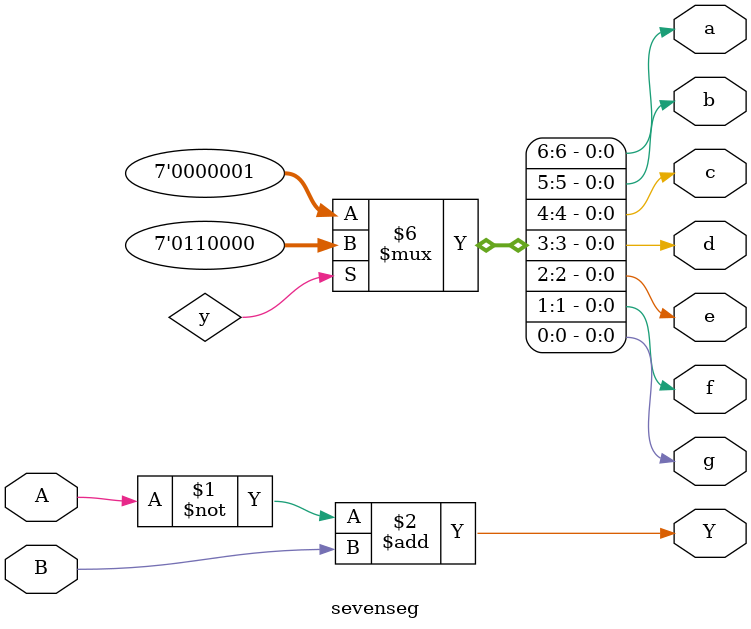
<source format=v>
module sevenseg(
input wire A,
input wire B,
output wire Y,
output reg a,
output reg b,
output reg c,
output reg d,
output reg e,
output reg f,
output reg g
);
assign Y=(~A)+B;
always@(*)
begin
if(y==1)
 {a,b,c,d,e,f,g}=7'b0110000;
else
 {a,b,c,d,e,f,g}=7'b0000001;
end
endmodule

</source>
